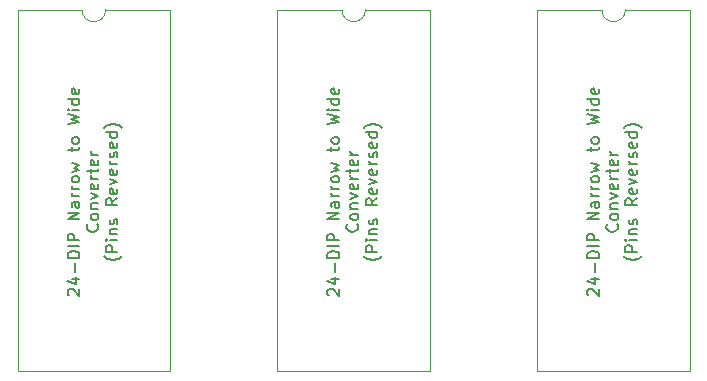
<source format=gbr>
%TF.GenerationSoftware,KiCad,Pcbnew,7.0.9*%
%TF.CreationDate,2024-05-03T11:46:21+01:00*%
%TF.ProjectId,DIP24Converter,44495032-3443-46f6-9e76-65727465722e,rev?*%
%TF.SameCoordinates,Original*%
%TF.FileFunction,Legend,Top*%
%TF.FilePolarity,Positive*%
%FSLAX46Y46*%
G04 Gerber Fmt 4.6, Leading zero omitted, Abs format (unit mm)*
G04 Created by KiCad (PCBNEW 7.0.9) date 2024-05-03 11:46:21*
%MOMM*%
%LPD*%
G01*
G04 APERTURE LIST*
%ADD10C,0.150000*%
%ADD11C,0.120000*%
G04 APERTURE END LIST*
D10*
X99495057Y-72851904D02*
X99447438Y-72804285D01*
X99447438Y-72804285D02*
X99399819Y-72709047D01*
X99399819Y-72709047D02*
X99399819Y-72470952D01*
X99399819Y-72470952D02*
X99447438Y-72375714D01*
X99447438Y-72375714D02*
X99495057Y-72328095D01*
X99495057Y-72328095D02*
X99590295Y-72280476D01*
X99590295Y-72280476D02*
X99685533Y-72280476D01*
X99685533Y-72280476D02*
X99828390Y-72328095D01*
X99828390Y-72328095D02*
X100399819Y-72899523D01*
X100399819Y-72899523D02*
X100399819Y-72280476D01*
X99733152Y-71423333D02*
X100399819Y-71423333D01*
X99352200Y-71661428D02*
X100066485Y-71899523D01*
X100066485Y-71899523D02*
X100066485Y-71280476D01*
X100018866Y-70899523D02*
X100018866Y-70137619D01*
X100399819Y-69661428D02*
X99399819Y-69661428D01*
X99399819Y-69661428D02*
X99399819Y-69423333D01*
X99399819Y-69423333D02*
X99447438Y-69280476D01*
X99447438Y-69280476D02*
X99542676Y-69185238D01*
X99542676Y-69185238D02*
X99637914Y-69137619D01*
X99637914Y-69137619D02*
X99828390Y-69090000D01*
X99828390Y-69090000D02*
X99971247Y-69090000D01*
X99971247Y-69090000D02*
X100161723Y-69137619D01*
X100161723Y-69137619D02*
X100256961Y-69185238D01*
X100256961Y-69185238D02*
X100352200Y-69280476D01*
X100352200Y-69280476D02*
X100399819Y-69423333D01*
X100399819Y-69423333D02*
X100399819Y-69661428D01*
X100399819Y-68661428D02*
X99399819Y-68661428D01*
X100399819Y-68185238D02*
X99399819Y-68185238D01*
X99399819Y-68185238D02*
X99399819Y-67804286D01*
X99399819Y-67804286D02*
X99447438Y-67709048D01*
X99447438Y-67709048D02*
X99495057Y-67661429D01*
X99495057Y-67661429D02*
X99590295Y-67613810D01*
X99590295Y-67613810D02*
X99733152Y-67613810D01*
X99733152Y-67613810D02*
X99828390Y-67661429D01*
X99828390Y-67661429D02*
X99876009Y-67709048D01*
X99876009Y-67709048D02*
X99923628Y-67804286D01*
X99923628Y-67804286D02*
X99923628Y-68185238D01*
X100399819Y-66423333D02*
X99399819Y-66423333D01*
X99399819Y-66423333D02*
X100399819Y-65851905D01*
X100399819Y-65851905D02*
X99399819Y-65851905D01*
X100399819Y-64947143D02*
X99876009Y-64947143D01*
X99876009Y-64947143D02*
X99780771Y-64994762D01*
X99780771Y-64994762D02*
X99733152Y-65090000D01*
X99733152Y-65090000D02*
X99733152Y-65280476D01*
X99733152Y-65280476D02*
X99780771Y-65375714D01*
X100352200Y-64947143D02*
X100399819Y-65042381D01*
X100399819Y-65042381D02*
X100399819Y-65280476D01*
X100399819Y-65280476D02*
X100352200Y-65375714D01*
X100352200Y-65375714D02*
X100256961Y-65423333D01*
X100256961Y-65423333D02*
X100161723Y-65423333D01*
X100161723Y-65423333D02*
X100066485Y-65375714D01*
X100066485Y-65375714D02*
X100018866Y-65280476D01*
X100018866Y-65280476D02*
X100018866Y-65042381D01*
X100018866Y-65042381D02*
X99971247Y-64947143D01*
X100399819Y-64470952D02*
X99733152Y-64470952D01*
X99923628Y-64470952D02*
X99828390Y-64423333D01*
X99828390Y-64423333D02*
X99780771Y-64375714D01*
X99780771Y-64375714D02*
X99733152Y-64280476D01*
X99733152Y-64280476D02*
X99733152Y-64185238D01*
X100399819Y-63851904D02*
X99733152Y-63851904D01*
X99923628Y-63851904D02*
X99828390Y-63804285D01*
X99828390Y-63804285D02*
X99780771Y-63756666D01*
X99780771Y-63756666D02*
X99733152Y-63661428D01*
X99733152Y-63661428D02*
X99733152Y-63566190D01*
X100399819Y-63089999D02*
X100352200Y-63185237D01*
X100352200Y-63185237D02*
X100304580Y-63232856D01*
X100304580Y-63232856D02*
X100209342Y-63280475D01*
X100209342Y-63280475D02*
X99923628Y-63280475D01*
X99923628Y-63280475D02*
X99828390Y-63232856D01*
X99828390Y-63232856D02*
X99780771Y-63185237D01*
X99780771Y-63185237D02*
X99733152Y-63089999D01*
X99733152Y-63089999D02*
X99733152Y-62947142D01*
X99733152Y-62947142D02*
X99780771Y-62851904D01*
X99780771Y-62851904D02*
X99828390Y-62804285D01*
X99828390Y-62804285D02*
X99923628Y-62756666D01*
X99923628Y-62756666D02*
X100209342Y-62756666D01*
X100209342Y-62756666D02*
X100304580Y-62804285D01*
X100304580Y-62804285D02*
X100352200Y-62851904D01*
X100352200Y-62851904D02*
X100399819Y-62947142D01*
X100399819Y-62947142D02*
X100399819Y-63089999D01*
X99733152Y-62423332D02*
X100399819Y-62232856D01*
X100399819Y-62232856D02*
X99923628Y-62042380D01*
X99923628Y-62042380D02*
X100399819Y-61851904D01*
X100399819Y-61851904D02*
X99733152Y-61661428D01*
X99733152Y-60661427D02*
X99733152Y-60280475D01*
X99399819Y-60518570D02*
X100256961Y-60518570D01*
X100256961Y-60518570D02*
X100352200Y-60470951D01*
X100352200Y-60470951D02*
X100399819Y-60375713D01*
X100399819Y-60375713D02*
X100399819Y-60280475D01*
X100399819Y-59804284D02*
X100352200Y-59899522D01*
X100352200Y-59899522D02*
X100304580Y-59947141D01*
X100304580Y-59947141D02*
X100209342Y-59994760D01*
X100209342Y-59994760D02*
X99923628Y-59994760D01*
X99923628Y-59994760D02*
X99828390Y-59947141D01*
X99828390Y-59947141D02*
X99780771Y-59899522D01*
X99780771Y-59899522D02*
X99733152Y-59804284D01*
X99733152Y-59804284D02*
X99733152Y-59661427D01*
X99733152Y-59661427D02*
X99780771Y-59566189D01*
X99780771Y-59566189D02*
X99828390Y-59518570D01*
X99828390Y-59518570D02*
X99923628Y-59470951D01*
X99923628Y-59470951D02*
X100209342Y-59470951D01*
X100209342Y-59470951D02*
X100304580Y-59518570D01*
X100304580Y-59518570D02*
X100352200Y-59566189D01*
X100352200Y-59566189D02*
X100399819Y-59661427D01*
X100399819Y-59661427D02*
X100399819Y-59804284D01*
X99399819Y-58375712D02*
X100399819Y-58137617D01*
X100399819Y-58137617D02*
X99685533Y-57947141D01*
X99685533Y-57947141D02*
X100399819Y-57756665D01*
X100399819Y-57756665D02*
X99399819Y-57518570D01*
X100399819Y-57137617D02*
X99733152Y-57137617D01*
X99399819Y-57137617D02*
X99447438Y-57185236D01*
X99447438Y-57185236D02*
X99495057Y-57137617D01*
X99495057Y-57137617D02*
X99447438Y-57089998D01*
X99447438Y-57089998D02*
X99399819Y-57137617D01*
X99399819Y-57137617D02*
X99495057Y-57137617D01*
X100399819Y-56232856D02*
X99399819Y-56232856D01*
X100352200Y-56232856D02*
X100399819Y-56328094D01*
X100399819Y-56328094D02*
X100399819Y-56518570D01*
X100399819Y-56518570D02*
X100352200Y-56613808D01*
X100352200Y-56613808D02*
X100304580Y-56661427D01*
X100304580Y-56661427D02*
X100209342Y-56709046D01*
X100209342Y-56709046D02*
X99923628Y-56709046D01*
X99923628Y-56709046D02*
X99828390Y-56661427D01*
X99828390Y-56661427D02*
X99780771Y-56613808D01*
X99780771Y-56613808D02*
X99733152Y-56518570D01*
X99733152Y-56518570D02*
X99733152Y-56328094D01*
X99733152Y-56328094D02*
X99780771Y-56232856D01*
X100352200Y-55375713D02*
X100399819Y-55470951D01*
X100399819Y-55470951D02*
X100399819Y-55661427D01*
X100399819Y-55661427D02*
X100352200Y-55756665D01*
X100352200Y-55756665D02*
X100256961Y-55804284D01*
X100256961Y-55804284D02*
X99876009Y-55804284D01*
X99876009Y-55804284D02*
X99780771Y-55756665D01*
X99780771Y-55756665D02*
X99733152Y-55661427D01*
X99733152Y-55661427D02*
X99733152Y-55470951D01*
X99733152Y-55470951D02*
X99780771Y-55375713D01*
X99780771Y-55375713D02*
X99876009Y-55328094D01*
X99876009Y-55328094D02*
X99971247Y-55328094D01*
X99971247Y-55328094D02*
X100066485Y-55804284D01*
X101914580Y-66828096D02*
X101962200Y-66875715D01*
X101962200Y-66875715D02*
X102009819Y-67018572D01*
X102009819Y-67018572D02*
X102009819Y-67113810D01*
X102009819Y-67113810D02*
X101962200Y-67256667D01*
X101962200Y-67256667D02*
X101866961Y-67351905D01*
X101866961Y-67351905D02*
X101771723Y-67399524D01*
X101771723Y-67399524D02*
X101581247Y-67447143D01*
X101581247Y-67447143D02*
X101438390Y-67447143D01*
X101438390Y-67447143D02*
X101247914Y-67399524D01*
X101247914Y-67399524D02*
X101152676Y-67351905D01*
X101152676Y-67351905D02*
X101057438Y-67256667D01*
X101057438Y-67256667D02*
X101009819Y-67113810D01*
X101009819Y-67113810D02*
X101009819Y-67018572D01*
X101009819Y-67018572D02*
X101057438Y-66875715D01*
X101057438Y-66875715D02*
X101105057Y-66828096D01*
X102009819Y-66256667D02*
X101962200Y-66351905D01*
X101962200Y-66351905D02*
X101914580Y-66399524D01*
X101914580Y-66399524D02*
X101819342Y-66447143D01*
X101819342Y-66447143D02*
X101533628Y-66447143D01*
X101533628Y-66447143D02*
X101438390Y-66399524D01*
X101438390Y-66399524D02*
X101390771Y-66351905D01*
X101390771Y-66351905D02*
X101343152Y-66256667D01*
X101343152Y-66256667D02*
X101343152Y-66113810D01*
X101343152Y-66113810D02*
X101390771Y-66018572D01*
X101390771Y-66018572D02*
X101438390Y-65970953D01*
X101438390Y-65970953D02*
X101533628Y-65923334D01*
X101533628Y-65923334D02*
X101819342Y-65923334D01*
X101819342Y-65923334D02*
X101914580Y-65970953D01*
X101914580Y-65970953D02*
X101962200Y-66018572D01*
X101962200Y-66018572D02*
X102009819Y-66113810D01*
X102009819Y-66113810D02*
X102009819Y-66256667D01*
X101343152Y-65494762D02*
X102009819Y-65494762D01*
X101438390Y-65494762D02*
X101390771Y-65447143D01*
X101390771Y-65447143D02*
X101343152Y-65351905D01*
X101343152Y-65351905D02*
X101343152Y-65209048D01*
X101343152Y-65209048D02*
X101390771Y-65113810D01*
X101390771Y-65113810D02*
X101486009Y-65066191D01*
X101486009Y-65066191D02*
X102009819Y-65066191D01*
X101343152Y-64685238D02*
X102009819Y-64447143D01*
X102009819Y-64447143D02*
X101343152Y-64209048D01*
X101962200Y-63447143D02*
X102009819Y-63542381D01*
X102009819Y-63542381D02*
X102009819Y-63732857D01*
X102009819Y-63732857D02*
X101962200Y-63828095D01*
X101962200Y-63828095D02*
X101866961Y-63875714D01*
X101866961Y-63875714D02*
X101486009Y-63875714D01*
X101486009Y-63875714D02*
X101390771Y-63828095D01*
X101390771Y-63828095D02*
X101343152Y-63732857D01*
X101343152Y-63732857D02*
X101343152Y-63542381D01*
X101343152Y-63542381D02*
X101390771Y-63447143D01*
X101390771Y-63447143D02*
X101486009Y-63399524D01*
X101486009Y-63399524D02*
X101581247Y-63399524D01*
X101581247Y-63399524D02*
X101676485Y-63875714D01*
X102009819Y-62970952D02*
X101343152Y-62970952D01*
X101533628Y-62970952D02*
X101438390Y-62923333D01*
X101438390Y-62923333D02*
X101390771Y-62875714D01*
X101390771Y-62875714D02*
X101343152Y-62780476D01*
X101343152Y-62780476D02*
X101343152Y-62685238D01*
X101343152Y-62494761D02*
X101343152Y-62113809D01*
X101009819Y-62351904D02*
X101866961Y-62351904D01*
X101866961Y-62351904D02*
X101962200Y-62304285D01*
X101962200Y-62304285D02*
X102009819Y-62209047D01*
X102009819Y-62209047D02*
X102009819Y-62113809D01*
X101962200Y-61399523D02*
X102009819Y-61494761D01*
X102009819Y-61494761D02*
X102009819Y-61685237D01*
X102009819Y-61685237D02*
X101962200Y-61780475D01*
X101962200Y-61780475D02*
X101866961Y-61828094D01*
X101866961Y-61828094D02*
X101486009Y-61828094D01*
X101486009Y-61828094D02*
X101390771Y-61780475D01*
X101390771Y-61780475D02*
X101343152Y-61685237D01*
X101343152Y-61685237D02*
X101343152Y-61494761D01*
X101343152Y-61494761D02*
X101390771Y-61399523D01*
X101390771Y-61399523D02*
X101486009Y-61351904D01*
X101486009Y-61351904D02*
X101581247Y-61351904D01*
X101581247Y-61351904D02*
X101676485Y-61828094D01*
X102009819Y-60923332D02*
X101343152Y-60923332D01*
X101533628Y-60923332D02*
X101438390Y-60875713D01*
X101438390Y-60875713D02*
X101390771Y-60828094D01*
X101390771Y-60828094D02*
X101343152Y-60732856D01*
X101343152Y-60732856D02*
X101343152Y-60637618D01*
X104000771Y-69542381D02*
X103953152Y-69590000D01*
X103953152Y-69590000D02*
X103810295Y-69685238D01*
X103810295Y-69685238D02*
X103715057Y-69732857D01*
X103715057Y-69732857D02*
X103572200Y-69780476D01*
X103572200Y-69780476D02*
X103334104Y-69828095D01*
X103334104Y-69828095D02*
X103143628Y-69828095D01*
X103143628Y-69828095D02*
X102905533Y-69780476D01*
X102905533Y-69780476D02*
X102762676Y-69732857D01*
X102762676Y-69732857D02*
X102667438Y-69685238D01*
X102667438Y-69685238D02*
X102524580Y-69590000D01*
X102524580Y-69590000D02*
X102476961Y-69542381D01*
X103619819Y-69161428D02*
X102619819Y-69161428D01*
X102619819Y-69161428D02*
X102619819Y-68780476D01*
X102619819Y-68780476D02*
X102667438Y-68685238D01*
X102667438Y-68685238D02*
X102715057Y-68637619D01*
X102715057Y-68637619D02*
X102810295Y-68590000D01*
X102810295Y-68590000D02*
X102953152Y-68590000D01*
X102953152Y-68590000D02*
X103048390Y-68637619D01*
X103048390Y-68637619D02*
X103096009Y-68685238D01*
X103096009Y-68685238D02*
X103143628Y-68780476D01*
X103143628Y-68780476D02*
X103143628Y-69161428D01*
X103619819Y-68161428D02*
X102953152Y-68161428D01*
X102619819Y-68161428D02*
X102667438Y-68209047D01*
X102667438Y-68209047D02*
X102715057Y-68161428D01*
X102715057Y-68161428D02*
X102667438Y-68113809D01*
X102667438Y-68113809D02*
X102619819Y-68161428D01*
X102619819Y-68161428D02*
X102715057Y-68161428D01*
X102953152Y-67685238D02*
X103619819Y-67685238D01*
X103048390Y-67685238D02*
X103000771Y-67637619D01*
X103000771Y-67637619D02*
X102953152Y-67542381D01*
X102953152Y-67542381D02*
X102953152Y-67399524D01*
X102953152Y-67399524D02*
X103000771Y-67304286D01*
X103000771Y-67304286D02*
X103096009Y-67256667D01*
X103096009Y-67256667D02*
X103619819Y-67256667D01*
X103572200Y-66828095D02*
X103619819Y-66732857D01*
X103619819Y-66732857D02*
X103619819Y-66542381D01*
X103619819Y-66542381D02*
X103572200Y-66447143D01*
X103572200Y-66447143D02*
X103476961Y-66399524D01*
X103476961Y-66399524D02*
X103429342Y-66399524D01*
X103429342Y-66399524D02*
X103334104Y-66447143D01*
X103334104Y-66447143D02*
X103286485Y-66542381D01*
X103286485Y-66542381D02*
X103286485Y-66685238D01*
X103286485Y-66685238D02*
X103238866Y-66780476D01*
X103238866Y-66780476D02*
X103143628Y-66828095D01*
X103143628Y-66828095D02*
X103096009Y-66828095D01*
X103096009Y-66828095D02*
X103000771Y-66780476D01*
X103000771Y-66780476D02*
X102953152Y-66685238D01*
X102953152Y-66685238D02*
X102953152Y-66542381D01*
X102953152Y-66542381D02*
X103000771Y-66447143D01*
X103619819Y-64637619D02*
X103143628Y-64970952D01*
X103619819Y-65209047D02*
X102619819Y-65209047D01*
X102619819Y-65209047D02*
X102619819Y-64828095D01*
X102619819Y-64828095D02*
X102667438Y-64732857D01*
X102667438Y-64732857D02*
X102715057Y-64685238D01*
X102715057Y-64685238D02*
X102810295Y-64637619D01*
X102810295Y-64637619D02*
X102953152Y-64637619D01*
X102953152Y-64637619D02*
X103048390Y-64685238D01*
X103048390Y-64685238D02*
X103096009Y-64732857D01*
X103096009Y-64732857D02*
X103143628Y-64828095D01*
X103143628Y-64828095D02*
X103143628Y-65209047D01*
X103572200Y-63828095D02*
X103619819Y-63923333D01*
X103619819Y-63923333D02*
X103619819Y-64113809D01*
X103619819Y-64113809D02*
X103572200Y-64209047D01*
X103572200Y-64209047D02*
X103476961Y-64256666D01*
X103476961Y-64256666D02*
X103096009Y-64256666D01*
X103096009Y-64256666D02*
X103000771Y-64209047D01*
X103000771Y-64209047D02*
X102953152Y-64113809D01*
X102953152Y-64113809D02*
X102953152Y-63923333D01*
X102953152Y-63923333D02*
X103000771Y-63828095D01*
X103000771Y-63828095D02*
X103096009Y-63780476D01*
X103096009Y-63780476D02*
X103191247Y-63780476D01*
X103191247Y-63780476D02*
X103286485Y-64256666D01*
X102953152Y-63447142D02*
X103619819Y-63209047D01*
X103619819Y-63209047D02*
X102953152Y-62970952D01*
X103572200Y-62209047D02*
X103619819Y-62304285D01*
X103619819Y-62304285D02*
X103619819Y-62494761D01*
X103619819Y-62494761D02*
X103572200Y-62589999D01*
X103572200Y-62589999D02*
X103476961Y-62637618D01*
X103476961Y-62637618D02*
X103096009Y-62637618D01*
X103096009Y-62637618D02*
X103000771Y-62589999D01*
X103000771Y-62589999D02*
X102953152Y-62494761D01*
X102953152Y-62494761D02*
X102953152Y-62304285D01*
X102953152Y-62304285D02*
X103000771Y-62209047D01*
X103000771Y-62209047D02*
X103096009Y-62161428D01*
X103096009Y-62161428D02*
X103191247Y-62161428D01*
X103191247Y-62161428D02*
X103286485Y-62637618D01*
X103619819Y-61732856D02*
X102953152Y-61732856D01*
X103143628Y-61732856D02*
X103048390Y-61685237D01*
X103048390Y-61685237D02*
X103000771Y-61637618D01*
X103000771Y-61637618D02*
X102953152Y-61542380D01*
X102953152Y-61542380D02*
X102953152Y-61447142D01*
X103572200Y-61161427D02*
X103619819Y-61066189D01*
X103619819Y-61066189D02*
X103619819Y-60875713D01*
X103619819Y-60875713D02*
X103572200Y-60780475D01*
X103572200Y-60780475D02*
X103476961Y-60732856D01*
X103476961Y-60732856D02*
X103429342Y-60732856D01*
X103429342Y-60732856D02*
X103334104Y-60780475D01*
X103334104Y-60780475D02*
X103286485Y-60875713D01*
X103286485Y-60875713D02*
X103286485Y-61018570D01*
X103286485Y-61018570D02*
X103238866Y-61113808D01*
X103238866Y-61113808D02*
X103143628Y-61161427D01*
X103143628Y-61161427D02*
X103096009Y-61161427D01*
X103096009Y-61161427D02*
X103000771Y-61113808D01*
X103000771Y-61113808D02*
X102953152Y-61018570D01*
X102953152Y-61018570D02*
X102953152Y-60875713D01*
X102953152Y-60875713D02*
X103000771Y-60780475D01*
X103572200Y-59923332D02*
X103619819Y-60018570D01*
X103619819Y-60018570D02*
X103619819Y-60209046D01*
X103619819Y-60209046D02*
X103572200Y-60304284D01*
X103572200Y-60304284D02*
X103476961Y-60351903D01*
X103476961Y-60351903D02*
X103096009Y-60351903D01*
X103096009Y-60351903D02*
X103000771Y-60304284D01*
X103000771Y-60304284D02*
X102953152Y-60209046D01*
X102953152Y-60209046D02*
X102953152Y-60018570D01*
X102953152Y-60018570D02*
X103000771Y-59923332D01*
X103000771Y-59923332D02*
X103096009Y-59875713D01*
X103096009Y-59875713D02*
X103191247Y-59875713D01*
X103191247Y-59875713D02*
X103286485Y-60351903D01*
X103619819Y-59018570D02*
X102619819Y-59018570D01*
X103572200Y-59018570D02*
X103619819Y-59113808D01*
X103619819Y-59113808D02*
X103619819Y-59304284D01*
X103619819Y-59304284D02*
X103572200Y-59399522D01*
X103572200Y-59399522D02*
X103524580Y-59447141D01*
X103524580Y-59447141D02*
X103429342Y-59494760D01*
X103429342Y-59494760D02*
X103143628Y-59494760D01*
X103143628Y-59494760D02*
X103048390Y-59447141D01*
X103048390Y-59447141D02*
X103000771Y-59399522D01*
X103000771Y-59399522D02*
X102953152Y-59304284D01*
X102953152Y-59304284D02*
X102953152Y-59113808D01*
X102953152Y-59113808D02*
X103000771Y-59018570D01*
X104000771Y-58637617D02*
X103953152Y-58589998D01*
X103953152Y-58589998D02*
X103810295Y-58494760D01*
X103810295Y-58494760D02*
X103715057Y-58447141D01*
X103715057Y-58447141D02*
X103572200Y-58399522D01*
X103572200Y-58399522D02*
X103334104Y-58351903D01*
X103334104Y-58351903D02*
X103143628Y-58351903D01*
X103143628Y-58351903D02*
X102905533Y-58399522D01*
X102905533Y-58399522D02*
X102762676Y-58447141D01*
X102762676Y-58447141D02*
X102667438Y-58494760D01*
X102667438Y-58494760D02*
X102524580Y-58589998D01*
X102524580Y-58589998D02*
X102476961Y-58637617D01*
X77495057Y-72851904D02*
X77447438Y-72804285D01*
X77447438Y-72804285D02*
X77399819Y-72709047D01*
X77399819Y-72709047D02*
X77399819Y-72470952D01*
X77399819Y-72470952D02*
X77447438Y-72375714D01*
X77447438Y-72375714D02*
X77495057Y-72328095D01*
X77495057Y-72328095D02*
X77590295Y-72280476D01*
X77590295Y-72280476D02*
X77685533Y-72280476D01*
X77685533Y-72280476D02*
X77828390Y-72328095D01*
X77828390Y-72328095D02*
X78399819Y-72899523D01*
X78399819Y-72899523D02*
X78399819Y-72280476D01*
X77733152Y-71423333D02*
X78399819Y-71423333D01*
X77352200Y-71661428D02*
X78066485Y-71899523D01*
X78066485Y-71899523D02*
X78066485Y-71280476D01*
X78018866Y-70899523D02*
X78018866Y-70137619D01*
X78399819Y-69661428D02*
X77399819Y-69661428D01*
X77399819Y-69661428D02*
X77399819Y-69423333D01*
X77399819Y-69423333D02*
X77447438Y-69280476D01*
X77447438Y-69280476D02*
X77542676Y-69185238D01*
X77542676Y-69185238D02*
X77637914Y-69137619D01*
X77637914Y-69137619D02*
X77828390Y-69090000D01*
X77828390Y-69090000D02*
X77971247Y-69090000D01*
X77971247Y-69090000D02*
X78161723Y-69137619D01*
X78161723Y-69137619D02*
X78256961Y-69185238D01*
X78256961Y-69185238D02*
X78352200Y-69280476D01*
X78352200Y-69280476D02*
X78399819Y-69423333D01*
X78399819Y-69423333D02*
X78399819Y-69661428D01*
X78399819Y-68661428D02*
X77399819Y-68661428D01*
X78399819Y-68185238D02*
X77399819Y-68185238D01*
X77399819Y-68185238D02*
X77399819Y-67804286D01*
X77399819Y-67804286D02*
X77447438Y-67709048D01*
X77447438Y-67709048D02*
X77495057Y-67661429D01*
X77495057Y-67661429D02*
X77590295Y-67613810D01*
X77590295Y-67613810D02*
X77733152Y-67613810D01*
X77733152Y-67613810D02*
X77828390Y-67661429D01*
X77828390Y-67661429D02*
X77876009Y-67709048D01*
X77876009Y-67709048D02*
X77923628Y-67804286D01*
X77923628Y-67804286D02*
X77923628Y-68185238D01*
X78399819Y-66423333D02*
X77399819Y-66423333D01*
X77399819Y-66423333D02*
X78399819Y-65851905D01*
X78399819Y-65851905D02*
X77399819Y-65851905D01*
X78399819Y-64947143D02*
X77876009Y-64947143D01*
X77876009Y-64947143D02*
X77780771Y-64994762D01*
X77780771Y-64994762D02*
X77733152Y-65090000D01*
X77733152Y-65090000D02*
X77733152Y-65280476D01*
X77733152Y-65280476D02*
X77780771Y-65375714D01*
X78352200Y-64947143D02*
X78399819Y-65042381D01*
X78399819Y-65042381D02*
X78399819Y-65280476D01*
X78399819Y-65280476D02*
X78352200Y-65375714D01*
X78352200Y-65375714D02*
X78256961Y-65423333D01*
X78256961Y-65423333D02*
X78161723Y-65423333D01*
X78161723Y-65423333D02*
X78066485Y-65375714D01*
X78066485Y-65375714D02*
X78018866Y-65280476D01*
X78018866Y-65280476D02*
X78018866Y-65042381D01*
X78018866Y-65042381D02*
X77971247Y-64947143D01*
X78399819Y-64470952D02*
X77733152Y-64470952D01*
X77923628Y-64470952D02*
X77828390Y-64423333D01*
X77828390Y-64423333D02*
X77780771Y-64375714D01*
X77780771Y-64375714D02*
X77733152Y-64280476D01*
X77733152Y-64280476D02*
X77733152Y-64185238D01*
X78399819Y-63851904D02*
X77733152Y-63851904D01*
X77923628Y-63851904D02*
X77828390Y-63804285D01*
X77828390Y-63804285D02*
X77780771Y-63756666D01*
X77780771Y-63756666D02*
X77733152Y-63661428D01*
X77733152Y-63661428D02*
X77733152Y-63566190D01*
X78399819Y-63089999D02*
X78352200Y-63185237D01*
X78352200Y-63185237D02*
X78304580Y-63232856D01*
X78304580Y-63232856D02*
X78209342Y-63280475D01*
X78209342Y-63280475D02*
X77923628Y-63280475D01*
X77923628Y-63280475D02*
X77828390Y-63232856D01*
X77828390Y-63232856D02*
X77780771Y-63185237D01*
X77780771Y-63185237D02*
X77733152Y-63089999D01*
X77733152Y-63089999D02*
X77733152Y-62947142D01*
X77733152Y-62947142D02*
X77780771Y-62851904D01*
X77780771Y-62851904D02*
X77828390Y-62804285D01*
X77828390Y-62804285D02*
X77923628Y-62756666D01*
X77923628Y-62756666D02*
X78209342Y-62756666D01*
X78209342Y-62756666D02*
X78304580Y-62804285D01*
X78304580Y-62804285D02*
X78352200Y-62851904D01*
X78352200Y-62851904D02*
X78399819Y-62947142D01*
X78399819Y-62947142D02*
X78399819Y-63089999D01*
X77733152Y-62423332D02*
X78399819Y-62232856D01*
X78399819Y-62232856D02*
X77923628Y-62042380D01*
X77923628Y-62042380D02*
X78399819Y-61851904D01*
X78399819Y-61851904D02*
X77733152Y-61661428D01*
X77733152Y-60661427D02*
X77733152Y-60280475D01*
X77399819Y-60518570D02*
X78256961Y-60518570D01*
X78256961Y-60518570D02*
X78352200Y-60470951D01*
X78352200Y-60470951D02*
X78399819Y-60375713D01*
X78399819Y-60375713D02*
X78399819Y-60280475D01*
X78399819Y-59804284D02*
X78352200Y-59899522D01*
X78352200Y-59899522D02*
X78304580Y-59947141D01*
X78304580Y-59947141D02*
X78209342Y-59994760D01*
X78209342Y-59994760D02*
X77923628Y-59994760D01*
X77923628Y-59994760D02*
X77828390Y-59947141D01*
X77828390Y-59947141D02*
X77780771Y-59899522D01*
X77780771Y-59899522D02*
X77733152Y-59804284D01*
X77733152Y-59804284D02*
X77733152Y-59661427D01*
X77733152Y-59661427D02*
X77780771Y-59566189D01*
X77780771Y-59566189D02*
X77828390Y-59518570D01*
X77828390Y-59518570D02*
X77923628Y-59470951D01*
X77923628Y-59470951D02*
X78209342Y-59470951D01*
X78209342Y-59470951D02*
X78304580Y-59518570D01*
X78304580Y-59518570D02*
X78352200Y-59566189D01*
X78352200Y-59566189D02*
X78399819Y-59661427D01*
X78399819Y-59661427D02*
X78399819Y-59804284D01*
X77399819Y-58375712D02*
X78399819Y-58137617D01*
X78399819Y-58137617D02*
X77685533Y-57947141D01*
X77685533Y-57947141D02*
X78399819Y-57756665D01*
X78399819Y-57756665D02*
X77399819Y-57518570D01*
X78399819Y-57137617D02*
X77733152Y-57137617D01*
X77399819Y-57137617D02*
X77447438Y-57185236D01*
X77447438Y-57185236D02*
X77495057Y-57137617D01*
X77495057Y-57137617D02*
X77447438Y-57089998D01*
X77447438Y-57089998D02*
X77399819Y-57137617D01*
X77399819Y-57137617D02*
X77495057Y-57137617D01*
X78399819Y-56232856D02*
X77399819Y-56232856D01*
X78352200Y-56232856D02*
X78399819Y-56328094D01*
X78399819Y-56328094D02*
X78399819Y-56518570D01*
X78399819Y-56518570D02*
X78352200Y-56613808D01*
X78352200Y-56613808D02*
X78304580Y-56661427D01*
X78304580Y-56661427D02*
X78209342Y-56709046D01*
X78209342Y-56709046D02*
X77923628Y-56709046D01*
X77923628Y-56709046D02*
X77828390Y-56661427D01*
X77828390Y-56661427D02*
X77780771Y-56613808D01*
X77780771Y-56613808D02*
X77733152Y-56518570D01*
X77733152Y-56518570D02*
X77733152Y-56328094D01*
X77733152Y-56328094D02*
X77780771Y-56232856D01*
X78352200Y-55375713D02*
X78399819Y-55470951D01*
X78399819Y-55470951D02*
X78399819Y-55661427D01*
X78399819Y-55661427D02*
X78352200Y-55756665D01*
X78352200Y-55756665D02*
X78256961Y-55804284D01*
X78256961Y-55804284D02*
X77876009Y-55804284D01*
X77876009Y-55804284D02*
X77780771Y-55756665D01*
X77780771Y-55756665D02*
X77733152Y-55661427D01*
X77733152Y-55661427D02*
X77733152Y-55470951D01*
X77733152Y-55470951D02*
X77780771Y-55375713D01*
X77780771Y-55375713D02*
X77876009Y-55328094D01*
X77876009Y-55328094D02*
X77971247Y-55328094D01*
X77971247Y-55328094D02*
X78066485Y-55804284D01*
X79914580Y-66828096D02*
X79962200Y-66875715D01*
X79962200Y-66875715D02*
X80009819Y-67018572D01*
X80009819Y-67018572D02*
X80009819Y-67113810D01*
X80009819Y-67113810D02*
X79962200Y-67256667D01*
X79962200Y-67256667D02*
X79866961Y-67351905D01*
X79866961Y-67351905D02*
X79771723Y-67399524D01*
X79771723Y-67399524D02*
X79581247Y-67447143D01*
X79581247Y-67447143D02*
X79438390Y-67447143D01*
X79438390Y-67447143D02*
X79247914Y-67399524D01*
X79247914Y-67399524D02*
X79152676Y-67351905D01*
X79152676Y-67351905D02*
X79057438Y-67256667D01*
X79057438Y-67256667D02*
X79009819Y-67113810D01*
X79009819Y-67113810D02*
X79009819Y-67018572D01*
X79009819Y-67018572D02*
X79057438Y-66875715D01*
X79057438Y-66875715D02*
X79105057Y-66828096D01*
X80009819Y-66256667D02*
X79962200Y-66351905D01*
X79962200Y-66351905D02*
X79914580Y-66399524D01*
X79914580Y-66399524D02*
X79819342Y-66447143D01*
X79819342Y-66447143D02*
X79533628Y-66447143D01*
X79533628Y-66447143D02*
X79438390Y-66399524D01*
X79438390Y-66399524D02*
X79390771Y-66351905D01*
X79390771Y-66351905D02*
X79343152Y-66256667D01*
X79343152Y-66256667D02*
X79343152Y-66113810D01*
X79343152Y-66113810D02*
X79390771Y-66018572D01*
X79390771Y-66018572D02*
X79438390Y-65970953D01*
X79438390Y-65970953D02*
X79533628Y-65923334D01*
X79533628Y-65923334D02*
X79819342Y-65923334D01*
X79819342Y-65923334D02*
X79914580Y-65970953D01*
X79914580Y-65970953D02*
X79962200Y-66018572D01*
X79962200Y-66018572D02*
X80009819Y-66113810D01*
X80009819Y-66113810D02*
X80009819Y-66256667D01*
X79343152Y-65494762D02*
X80009819Y-65494762D01*
X79438390Y-65494762D02*
X79390771Y-65447143D01*
X79390771Y-65447143D02*
X79343152Y-65351905D01*
X79343152Y-65351905D02*
X79343152Y-65209048D01*
X79343152Y-65209048D02*
X79390771Y-65113810D01*
X79390771Y-65113810D02*
X79486009Y-65066191D01*
X79486009Y-65066191D02*
X80009819Y-65066191D01*
X79343152Y-64685238D02*
X80009819Y-64447143D01*
X80009819Y-64447143D02*
X79343152Y-64209048D01*
X79962200Y-63447143D02*
X80009819Y-63542381D01*
X80009819Y-63542381D02*
X80009819Y-63732857D01*
X80009819Y-63732857D02*
X79962200Y-63828095D01*
X79962200Y-63828095D02*
X79866961Y-63875714D01*
X79866961Y-63875714D02*
X79486009Y-63875714D01*
X79486009Y-63875714D02*
X79390771Y-63828095D01*
X79390771Y-63828095D02*
X79343152Y-63732857D01*
X79343152Y-63732857D02*
X79343152Y-63542381D01*
X79343152Y-63542381D02*
X79390771Y-63447143D01*
X79390771Y-63447143D02*
X79486009Y-63399524D01*
X79486009Y-63399524D02*
X79581247Y-63399524D01*
X79581247Y-63399524D02*
X79676485Y-63875714D01*
X80009819Y-62970952D02*
X79343152Y-62970952D01*
X79533628Y-62970952D02*
X79438390Y-62923333D01*
X79438390Y-62923333D02*
X79390771Y-62875714D01*
X79390771Y-62875714D02*
X79343152Y-62780476D01*
X79343152Y-62780476D02*
X79343152Y-62685238D01*
X79343152Y-62494761D02*
X79343152Y-62113809D01*
X79009819Y-62351904D02*
X79866961Y-62351904D01*
X79866961Y-62351904D02*
X79962200Y-62304285D01*
X79962200Y-62304285D02*
X80009819Y-62209047D01*
X80009819Y-62209047D02*
X80009819Y-62113809D01*
X79962200Y-61399523D02*
X80009819Y-61494761D01*
X80009819Y-61494761D02*
X80009819Y-61685237D01*
X80009819Y-61685237D02*
X79962200Y-61780475D01*
X79962200Y-61780475D02*
X79866961Y-61828094D01*
X79866961Y-61828094D02*
X79486009Y-61828094D01*
X79486009Y-61828094D02*
X79390771Y-61780475D01*
X79390771Y-61780475D02*
X79343152Y-61685237D01*
X79343152Y-61685237D02*
X79343152Y-61494761D01*
X79343152Y-61494761D02*
X79390771Y-61399523D01*
X79390771Y-61399523D02*
X79486009Y-61351904D01*
X79486009Y-61351904D02*
X79581247Y-61351904D01*
X79581247Y-61351904D02*
X79676485Y-61828094D01*
X80009819Y-60923332D02*
X79343152Y-60923332D01*
X79533628Y-60923332D02*
X79438390Y-60875713D01*
X79438390Y-60875713D02*
X79390771Y-60828094D01*
X79390771Y-60828094D02*
X79343152Y-60732856D01*
X79343152Y-60732856D02*
X79343152Y-60637618D01*
X82000771Y-69542381D02*
X81953152Y-69590000D01*
X81953152Y-69590000D02*
X81810295Y-69685238D01*
X81810295Y-69685238D02*
X81715057Y-69732857D01*
X81715057Y-69732857D02*
X81572200Y-69780476D01*
X81572200Y-69780476D02*
X81334104Y-69828095D01*
X81334104Y-69828095D02*
X81143628Y-69828095D01*
X81143628Y-69828095D02*
X80905533Y-69780476D01*
X80905533Y-69780476D02*
X80762676Y-69732857D01*
X80762676Y-69732857D02*
X80667438Y-69685238D01*
X80667438Y-69685238D02*
X80524580Y-69590000D01*
X80524580Y-69590000D02*
X80476961Y-69542381D01*
X81619819Y-69161428D02*
X80619819Y-69161428D01*
X80619819Y-69161428D02*
X80619819Y-68780476D01*
X80619819Y-68780476D02*
X80667438Y-68685238D01*
X80667438Y-68685238D02*
X80715057Y-68637619D01*
X80715057Y-68637619D02*
X80810295Y-68590000D01*
X80810295Y-68590000D02*
X80953152Y-68590000D01*
X80953152Y-68590000D02*
X81048390Y-68637619D01*
X81048390Y-68637619D02*
X81096009Y-68685238D01*
X81096009Y-68685238D02*
X81143628Y-68780476D01*
X81143628Y-68780476D02*
X81143628Y-69161428D01*
X81619819Y-68161428D02*
X80953152Y-68161428D01*
X80619819Y-68161428D02*
X80667438Y-68209047D01*
X80667438Y-68209047D02*
X80715057Y-68161428D01*
X80715057Y-68161428D02*
X80667438Y-68113809D01*
X80667438Y-68113809D02*
X80619819Y-68161428D01*
X80619819Y-68161428D02*
X80715057Y-68161428D01*
X80953152Y-67685238D02*
X81619819Y-67685238D01*
X81048390Y-67685238D02*
X81000771Y-67637619D01*
X81000771Y-67637619D02*
X80953152Y-67542381D01*
X80953152Y-67542381D02*
X80953152Y-67399524D01*
X80953152Y-67399524D02*
X81000771Y-67304286D01*
X81000771Y-67304286D02*
X81096009Y-67256667D01*
X81096009Y-67256667D02*
X81619819Y-67256667D01*
X81572200Y-66828095D02*
X81619819Y-66732857D01*
X81619819Y-66732857D02*
X81619819Y-66542381D01*
X81619819Y-66542381D02*
X81572200Y-66447143D01*
X81572200Y-66447143D02*
X81476961Y-66399524D01*
X81476961Y-66399524D02*
X81429342Y-66399524D01*
X81429342Y-66399524D02*
X81334104Y-66447143D01*
X81334104Y-66447143D02*
X81286485Y-66542381D01*
X81286485Y-66542381D02*
X81286485Y-66685238D01*
X81286485Y-66685238D02*
X81238866Y-66780476D01*
X81238866Y-66780476D02*
X81143628Y-66828095D01*
X81143628Y-66828095D02*
X81096009Y-66828095D01*
X81096009Y-66828095D02*
X81000771Y-66780476D01*
X81000771Y-66780476D02*
X80953152Y-66685238D01*
X80953152Y-66685238D02*
X80953152Y-66542381D01*
X80953152Y-66542381D02*
X81000771Y-66447143D01*
X81619819Y-64637619D02*
X81143628Y-64970952D01*
X81619819Y-65209047D02*
X80619819Y-65209047D01*
X80619819Y-65209047D02*
X80619819Y-64828095D01*
X80619819Y-64828095D02*
X80667438Y-64732857D01*
X80667438Y-64732857D02*
X80715057Y-64685238D01*
X80715057Y-64685238D02*
X80810295Y-64637619D01*
X80810295Y-64637619D02*
X80953152Y-64637619D01*
X80953152Y-64637619D02*
X81048390Y-64685238D01*
X81048390Y-64685238D02*
X81096009Y-64732857D01*
X81096009Y-64732857D02*
X81143628Y-64828095D01*
X81143628Y-64828095D02*
X81143628Y-65209047D01*
X81572200Y-63828095D02*
X81619819Y-63923333D01*
X81619819Y-63923333D02*
X81619819Y-64113809D01*
X81619819Y-64113809D02*
X81572200Y-64209047D01*
X81572200Y-64209047D02*
X81476961Y-64256666D01*
X81476961Y-64256666D02*
X81096009Y-64256666D01*
X81096009Y-64256666D02*
X81000771Y-64209047D01*
X81000771Y-64209047D02*
X80953152Y-64113809D01*
X80953152Y-64113809D02*
X80953152Y-63923333D01*
X80953152Y-63923333D02*
X81000771Y-63828095D01*
X81000771Y-63828095D02*
X81096009Y-63780476D01*
X81096009Y-63780476D02*
X81191247Y-63780476D01*
X81191247Y-63780476D02*
X81286485Y-64256666D01*
X80953152Y-63447142D02*
X81619819Y-63209047D01*
X81619819Y-63209047D02*
X80953152Y-62970952D01*
X81572200Y-62209047D02*
X81619819Y-62304285D01*
X81619819Y-62304285D02*
X81619819Y-62494761D01*
X81619819Y-62494761D02*
X81572200Y-62589999D01*
X81572200Y-62589999D02*
X81476961Y-62637618D01*
X81476961Y-62637618D02*
X81096009Y-62637618D01*
X81096009Y-62637618D02*
X81000771Y-62589999D01*
X81000771Y-62589999D02*
X80953152Y-62494761D01*
X80953152Y-62494761D02*
X80953152Y-62304285D01*
X80953152Y-62304285D02*
X81000771Y-62209047D01*
X81000771Y-62209047D02*
X81096009Y-62161428D01*
X81096009Y-62161428D02*
X81191247Y-62161428D01*
X81191247Y-62161428D02*
X81286485Y-62637618D01*
X81619819Y-61732856D02*
X80953152Y-61732856D01*
X81143628Y-61732856D02*
X81048390Y-61685237D01*
X81048390Y-61685237D02*
X81000771Y-61637618D01*
X81000771Y-61637618D02*
X80953152Y-61542380D01*
X80953152Y-61542380D02*
X80953152Y-61447142D01*
X81572200Y-61161427D02*
X81619819Y-61066189D01*
X81619819Y-61066189D02*
X81619819Y-60875713D01*
X81619819Y-60875713D02*
X81572200Y-60780475D01*
X81572200Y-60780475D02*
X81476961Y-60732856D01*
X81476961Y-60732856D02*
X81429342Y-60732856D01*
X81429342Y-60732856D02*
X81334104Y-60780475D01*
X81334104Y-60780475D02*
X81286485Y-60875713D01*
X81286485Y-60875713D02*
X81286485Y-61018570D01*
X81286485Y-61018570D02*
X81238866Y-61113808D01*
X81238866Y-61113808D02*
X81143628Y-61161427D01*
X81143628Y-61161427D02*
X81096009Y-61161427D01*
X81096009Y-61161427D02*
X81000771Y-61113808D01*
X81000771Y-61113808D02*
X80953152Y-61018570D01*
X80953152Y-61018570D02*
X80953152Y-60875713D01*
X80953152Y-60875713D02*
X81000771Y-60780475D01*
X81572200Y-59923332D02*
X81619819Y-60018570D01*
X81619819Y-60018570D02*
X81619819Y-60209046D01*
X81619819Y-60209046D02*
X81572200Y-60304284D01*
X81572200Y-60304284D02*
X81476961Y-60351903D01*
X81476961Y-60351903D02*
X81096009Y-60351903D01*
X81096009Y-60351903D02*
X81000771Y-60304284D01*
X81000771Y-60304284D02*
X80953152Y-60209046D01*
X80953152Y-60209046D02*
X80953152Y-60018570D01*
X80953152Y-60018570D02*
X81000771Y-59923332D01*
X81000771Y-59923332D02*
X81096009Y-59875713D01*
X81096009Y-59875713D02*
X81191247Y-59875713D01*
X81191247Y-59875713D02*
X81286485Y-60351903D01*
X81619819Y-59018570D02*
X80619819Y-59018570D01*
X81572200Y-59018570D02*
X81619819Y-59113808D01*
X81619819Y-59113808D02*
X81619819Y-59304284D01*
X81619819Y-59304284D02*
X81572200Y-59399522D01*
X81572200Y-59399522D02*
X81524580Y-59447141D01*
X81524580Y-59447141D02*
X81429342Y-59494760D01*
X81429342Y-59494760D02*
X81143628Y-59494760D01*
X81143628Y-59494760D02*
X81048390Y-59447141D01*
X81048390Y-59447141D02*
X81000771Y-59399522D01*
X81000771Y-59399522D02*
X80953152Y-59304284D01*
X80953152Y-59304284D02*
X80953152Y-59113808D01*
X80953152Y-59113808D02*
X81000771Y-59018570D01*
X82000771Y-58637617D02*
X81953152Y-58589998D01*
X81953152Y-58589998D02*
X81810295Y-58494760D01*
X81810295Y-58494760D02*
X81715057Y-58447141D01*
X81715057Y-58447141D02*
X81572200Y-58399522D01*
X81572200Y-58399522D02*
X81334104Y-58351903D01*
X81334104Y-58351903D02*
X81143628Y-58351903D01*
X81143628Y-58351903D02*
X80905533Y-58399522D01*
X80905533Y-58399522D02*
X80762676Y-58447141D01*
X80762676Y-58447141D02*
X80667438Y-58494760D01*
X80667438Y-58494760D02*
X80524580Y-58589998D01*
X80524580Y-58589998D02*
X80476961Y-58637617D01*
X55495057Y-72851904D02*
X55447438Y-72804285D01*
X55447438Y-72804285D02*
X55399819Y-72709047D01*
X55399819Y-72709047D02*
X55399819Y-72470952D01*
X55399819Y-72470952D02*
X55447438Y-72375714D01*
X55447438Y-72375714D02*
X55495057Y-72328095D01*
X55495057Y-72328095D02*
X55590295Y-72280476D01*
X55590295Y-72280476D02*
X55685533Y-72280476D01*
X55685533Y-72280476D02*
X55828390Y-72328095D01*
X55828390Y-72328095D02*
X56399819Y-72899523D01*
X56399819Y-72899523D02*
X56399819Y-72280476D01*
X55733152Y-71423333D02*
X56399819Y-71423333D01*
X55352200Y-71661428D02*
X56066485Y-71899523D01*
X56066485Y-71899523D02*
X56066485Y-71280476D01*
X56018866Y-70899523D02*
X56018866Y-70137619D01*
X56399819Y-69661428D02*
X55399819Y-69661428D01*
X55399819Y-69661428D02*
X55399819Y-69423333D01*
X55399819Y-69423333D02*
X55447438Y-69280476D01*
X55447438Y-69280476D02*
X55542676Y-69185238D01*
X55542676Y-69185238D02*
X55637914Y-69137619D01*
X55637914Y-69137619D02*
X55828390Y-69090000D01*
X55828390Y-69090000D02*
X55971247Y-69090000D01*
X55971247Y-69090000D02*
X56161723Y-69137619D01*
X56161723Y-69137619D02*
X56256961Y-69185238D01*
X56256961Y-69185238D02*
X56352200Y-69280476D01*
X56352200Y-69280476D02*
X56399819Y-69423333D01*
X56399819Y-69423333D02*
X56399819Y-69661428D01*
X56399819Y-68661428D02*
X55399819Y-68661428D01*
X56399819Y-68185238D02*
X55399819Y-68185238D01*
X55399819Y-68185238D02*
X55399819Y-67804286D01*
X55399819Y-67804286D02*
X55447438Y-67709048D01*
X55447438Y-67709048D02*
X55495057Y-67661429D01*
X55495057Y-67661429D02*
X55590295Y-67613810D01*
X55590295Y-67613810D02*
X55733152Y-67613810D01*
X55733152Y-67613810D02*
X55828390Y-67661429D01*
X55828390Y-67661429D02*
X55876009Y-67709048D01*
X55876009Y-67709048D02*
X55923628Y-67804286D01*
X55923628Y-67804286D02*
X55923628Y-68185238D01*
X56399819Y-66423333D02*
X55399819Y-66423333D01*
X55399819Y-66423333D02*
X56399819Y-65851905D01*
X56399819Y-65851905D02*
X55399819Y-65851905D01*
X56399819Y-64947143D02*
X55876009Y-64947143D01*
X55876009Y-64947143D02*
X55780771Y-64994762D01*
X55780771Y-64994762D02*
X55733152Y-65090000D01*
X55733152Y-65090000D02*
X55733152Y-65280476D01*
X55733152Y-65280476D02*
X55780771Y-65375714D01*
X56352200Y-64947143D02*
X56399819Y-65042381D01*
X56399819Y-65042381D02*
X56399819Y-65280476D01*
X56399819Y-65280476D02*
X56352200Y-65375714D01*
X56352200Y-65375714D02*
X56256961Y-65423333D01*
X56256961Y-65423333D02*
X56161723Y-65423333D01*
X56161723Y-65423333D02*
X56066485Y-65375714D01*
X56066485Y-65375714D02*
X56018866Y-65280476D01*
X56018866Y-65280476D02*
X56018866Y-65042381D01*
X56018866Y-65042381D02*
X55971247Y-64947143D01*
X56399819Y-64470952D02*
X55733152Y-64470952D01*
X55923628Y-64470952D02*
X55828390Y-64423333D01*
X55828390Y-64423333D02*
X55780771Y-64375714D01*
X55780771Y-64375714D02*
X55733152Y-64280476D01*
X55733152Y-64280476D02*
X55733152Y-64185238D01*
X56399819Y-63851904D02*
X55733152Y-63851904D01*
X55923628Y-63851904D02*
X55828390Y-63804285D01*
X55828390Y-63804285D02*
X55780771Y-63756666D01*
X55780771Y-63756666D02*
X55733152Y-63661428D01*
X55733152Y-63661428D02*
X55733152Y-63566190D01*
X56399819Y-63089999D02*
X56352200Y-63185237D01*
X56352200Y-63185237D02*
X56304580Y-63232856D01*
X56304580Y-63232856D02*
X56209342Y-63280475D01*
X56209342Y-63280475D02*
X55923628Y-63280475D01*
X55923628Y-63280475D02*
X55828390Y-63232856D01*
X55828390Y-63232856D02*
X55780771Y-63185237D01*
X55780771Y-63185237D02*
X55733152Y-63089999D01*
X55733152Y-63089999D02*
X55733152Y-62947142D01*
X55733152Y-62947142D02*
X55780771Y-62851904D01*
X55780771Y-62851904D02*
X55828390Y-62804285D01*
X55828390Y-62804285D02*
X55923628Y-62756666D01*
X55923628Y-62756666D02*
X56209342Y-62756666D01*
X56209342Y-62756666D02*
X56304580Y-62804285D01*
X56304580Y-62804285D02*
X56352200Y-62851904D01*
X56352200Y-62851904D02*
X56399819Y-62947142D01*
X56399819Y-62947142D02*
X56399819Y-63089999D01*
X55733152Y-62423332D02*
X56399819Y-62232856D01*
X56399819Y-62232856D02*
X55923628Y-62042380D01*
X55923628Y-62042380D02*
X56399819Y-61851904D01*
X56399819Y-61851904D02*
X55733152Y-61661428D01*
X55733152Y-60661427D02*
X55733152Y-60280475D01*
X55399819Y-60518570D02*
X56256961Y-60518570D01*
X56256961Y-60518570D02*
X56352200Y-60470951D01*
X56352200Y-60470951D02*
X56399819Y-60375713D01*
X56399819Y-60375713D02*
X56399819Y-60280475D01*
X56399819Y-59804284D02*
X56352200Y-59899522D01*
X56352200Y-59899522D02*
X56304580Y-59947141D01*
X56304580Y-59947141D02*
X56209342Y-59994760D01*
X56209342Y-59994760D02*
X55923628Y-59994760D01*
X55923628Y-59994760D02*
X55828390Y-59947141D01*
X55828390Y-59947141D02*
X55780771Y-59899522D01*
X55780771Y-59899522D02*
X55733152Y-59804284D01*
X55733152Y-59804284D02*
X55733152Y-59661427D01*
X55733152Y-59661427D02*
X55780771Y-59566189D01*
X55780771Y-59566189D02*
X55828390Y-59518570D01*
X55828390Y-59518570D02*
X55923628Y-59470951D01*
X55923628Y-59470951D02*
X56209342Y-59470951D01*
X56209342Y-59470951D02*
X56304580Y-59518570D01*
X56304580Y-59518570D02*
X56352200Y-59566189D01*
X56352200Y-59566189D02*
X56399819Y-59661427D01*
X56399819Y-59661427D02*
X56399819Y-59804284D01*
X55399819Y-58375712D02*
X56399819Y-58137617D01*
X56399819Y-58137617D02*
X55685533Y-57947141D01*
X55685533Y-57947141D02*
X56399819Y-57756665D01*
X56399819Y-57756665D02*
X55399819Y-57518570D01*
X56399819Y-57137617D02*
X55733152Y-57137617D01*
X55399819Y-57137617D02*
X55447438Y-57185236D01*
X55447438Y-57185236D02*
X55495057Y-57137617D01*
X55495057Y-57137617D02*
X55447438Y-57089998D01*
X55447438Y-57089998D02*
X55399819Y-57137617D01*
X55399819Y-57137617D02*
X55495057Y-57137617D01*
X56399819Y-56232856D02*
X55399819Y-56232856D01*
X56352200Y-56232856D02*
X56399819Y-56328094D01*
X56399819Y-56328094D02*
X56399819Y-56518570D01*
X56399819Y-56518570D02*
X56352200Y-56613808D01*
X56352200Y-56613808D02*
X56304580Y-56661427D01*
X56304580Y-56661427D02*
X56209342Y-56709046D01*
X56209342Y-56709046D02*
X55923628Y-56709046D01*
X55923628Y-56709046D02*
X55828390Y-56661427D01*
X55828390Y-56661427D02*
X55780771Y-56613808D01*
X55780771Y-56613808D02*
X55733152Y-56518570D01*
X55733152Y-56518570D02*
X55733152Y-56328094D01*
X55733152Y-56328094D02*
X55780771Y-56232856D01*
X56352200Y-55375713D02*
X56399819Y-55470951D01*
X56399819Y-55470951D02*
X56399819Y-55661427D01*
X56399819Y-55661427D02*
X56352200Y-55756665D01*
X56352200Y-55756665D02*
X56256961Y-55804284D01*
X56256961Y-55804284D02*
X55876009Y-55804284D01*
X55876009Y-55804284D02*
X55780771Y-55756665D01*
X55780771Y-55756665D02*
X55733152Y-55661427D01*
X55733152Y-55661427D02*
X55733152Y-55470951D01*
X55733152Y-55470951D02*
X55780771Y-55375713D01*
X55780771Y-55375713D02*
X55876009Y-55328094D01*
X55876009Y-55328094D02*
X55971247Y-55328094D01*
X55971247Y-55328094D02*
X56066485Y-55804284D01*
X57914580Y-66828096D02*
X57962200Y-66875715D01*
X57962200Y-66875715D02*
X58009819Y-67018572D01*
X58009819Y-67018572D02*
X58009819Y-67113810D01*
X58009819Y-67113810D02*
X57962200Y-67256667D01*
X57962200Y-67256667D02*
X57866961Y-67351905D01*
X57866961Y-67351905D02*
X57771723Y-67399524D01*
X57771723Y-67399524D02*
X57581247Y-67447143D01*
X57581247Y-67447143D02*
X57438390Y-67447143D01*
X57438390Y-67447143D02*
X57247914Y-67399524D01*
X57247914Y-67399524D02*
X57152676Y-67351905D01*
X57152676Y-67351905D02*
X57057438Y-67256667D01*
X57057438Y-67256667D02*
X57009819Y-67113810D01*
X57009819Y-67113810D02*
X57009819Y-67018572D01*
X57009819Y-67018572D02*
X57057438Y-66875715D01*
X57057438Y-66875715D02*
X57105057Y-66828096D01*
X58009819Y-66256667D02*
X57962200Y-66351905D01*
X57962200Y-66351905D02*
X57914580Y-66399524D01*
X57914580Y-66399524D02*
X57819342Y-66447143D01*
X57819342Y-66447143D02*
X57533628Y-66447143D01*
X57533628Y-66447143D02*
X57438390Y-66399524D01*
X57438390Y-66399524D02*
X57390771Y-66351905D01*
X57390771Y-66351905D02*
X57343152Y-66256667D01*
X57343152Y-66256667D02*
X57343152Y-66113810D01*
X57343152Y-66113810D02*
X57390771Y-66018572D01*
X57390771Y-66018572D02*
X57438390Y-65970953D01*
X57438390Y-65970953D02*
X57533628Y-65923334D01*
X57533628Y-65923334D02*
X57819342Y-65923334D01*
X57819342Y-65923334D02*
X57914580Y-65970953D01*
X57914580Y-65970953D02*
X57962200Y-66018572D01*
X57962200Y-66018572D02*
X58009819Y-66113810D01*
X58009819Y-66113810D02*
X58009819Y-66256667D01*
X57343152Y-65494762D02*
X58009819Y-65494762D01*
X57438390Y-65494762D02*
X57390771Y-65447143D01*
X57390771Y-65447143D02*
X57343152Y-65351905D01*
X57343152Y-65351905D02*
X57343152Y-65209048D01*
X57343152Y-65209048D02*
X57390771Y-65113810D01*
X57390771Y-65113810D02*
X57486009Y-65066191D01*
X57486009Y-65066191D02*
X58009819Y-65066191D01*
X57343152Y-64685238D02*
X58009819Y-64447143D01*
X58009819Y-64447143D02*
X57343152Y-64209048D01*
X57962200Y-63447143D02*
X58009819Y-63542381D01*
X58009819Y-63542381D02*
X58009819Y-63732857D01*
X58009819Y-63732857D02*
X57962200Y-63828095D01*
X57962200Y-63828095D02*
X57866961Y-63875714D01*
X57866961Y-63875714D02*
X57486009Y-63875714D01*
X57486009Y-63875714D02*
X57390771Y-63828095D01*
X57390771Y-63828095D02*
X57343152Y-63732857D01*
X57343152Y-63732857D02*
X57343152Y-63542381D01*
X57343152Y-63542381D02*
X57390771Y-63447143D01*
X57390771Y-63447143D02*
X57486009Y-63399524D01*
X57486009Y-63399524D02*
X57581247Y-63399524D01*
X57581247Y-63399524D02*
X57676485Y-63875714D01*
X58009819Y-62970952D02*
X57343152Y-62970952D01*
X57533628Y-62970952D02*
X57438390Y-62923333D01*
X57438390Y-62923333D02*
X57390771Y-62875714D01*
X57390771Y-62875714D02*
X57343152Y-62780476D01*
X57343152Y-62780476D02*
X57343152Y-62685238D01*
X57343152Y-62494761D02*
X57343152Y-62113809D01*
X57009819Y-62351904D02*
X57866961Y-62351904D01*
X57866961Y-62351904D02*
X57962200Y-62304285D01*
X57962200Y-62304285D02*
X58009819Y-62209047D01*
X58009819Y-62209047D02*
X58009819Y-62113809D01*
X57962200Y-61399523D02*
X58009819Y-61494761D01*
X58009819Y-61494761D02*
X58009819Y-61685237D01*
X58009819Y-61685237D02*
X57962200Y-61780475D01*
X57962200Y-61780475D02*
X57866961Y-61828094D01*
X57866961Y-61828094D02*
X57486009Y-61828094D01*
X57486009Y-61828094D02*
X57390771Y-61780475D01*
X57390771Y-61780475D02*
X57343152Y-61685237D01*
X57343152Y-61685237D02*
X57343152Y-61494761D01*
X57343152Y-61494761D02*
X57390771Y-61399523D01*
X57390771Y-61399523D02*
X57486009Y-61351904D01*
X57486009Y-61351904D02*
X57581247Y-61351904D01*
X57581247Y-61351904D02*
X57676485Y-61828094D01*
X58009819Y-60923332D02*
X57343152Y-60923332D01*
X57533628Y-60923332D02*
X57438390Y-60875713D01*
X57438390Y-60875713D02*
X57390771Y-60828094D01*
X57390771Y-60828094D02*
X57343152Y-60732856D01*
X57343152Y-60732856D02*
X57343152Y-60637618D01*
X60000771Y-69542381D02*
X59953152Y-69590000D01*
X59953152Y-69590000D02*
X59810295Y-69685238D01*
X59810295Y-69685238D02*
X59715057Y-69732857D01*
X59715057Y-69732857D02*
X59572200Y-69780476D01*
X59572200Y-69780476D02*
X59334104Y-69828095D01*
X59334104Y-69828095D02*
X59143628Y-69828095D01*
X59143628Y-69828095D02*
X58905533Y-69780476D01*
X58905533Y-69780476D02*
X58762676Y-69732857D01*
X58762676Y-69732857D02*
X58667438Y-69685238D01*
X58667438Y-69685238D02*
X58524580Y-69590000D01*
X58524580Y-69590000D02*
X58476961Y-69542381D01*
X59619819Y-69161428D02*
X58619819Y-69161428D01*
X58619819Y-69161428D02*
X58619819Y-68780476D01*
X58619819Y-68780476D02*
X58667438Y-68685238D01*
X58667438Y-68685238D02*
X58715057Y-68637619D01*
X58715057Y-68637619D02*
X58810295Y-68590000D01*
X58810295Y-68590000D02*
X58953152Y-68590000D01*
X58953152Y-68590000D02*
X59048390Y-68637619D01*
X59048390Y-68637619D02*
X59096009Y-68685238D01*
X59096009Y-68685238D02*
X59143628Y-68780476D01*
X59143628Y-68780476D02*
X59143628Y-69161428D01*
X59619819Y-68161428D02*
X58953152Y-68161428D01*
X58619819Y-68161428D02*
X58667438Y-68209047D01*
X58667438Y-68209047D02*
X58715057Y-68161428D01*
X58715057Y-68161428D02*
X58667438Y-68113809D01*
X58667438Y-68113809D02*
X58619819Y-68161428D01*
X58619819Y-68161428D02*
X58715057Y-68161428D01*
X58953152Y-67685238D02*
X59619819Y-67685238D01*
X59048390Y-67685238D02*
X59000771Y-67637619D01*
X59000771Y-67637619D02*
X58953152Y-67542381D01*
X58953152Y-67542381D02*
X58953152Y-67399524D01*
X58953152Y-67399524D02*
X59000771Y-67304286D01*
X59000771Y-67304286D02*
X59096009Y-67256667D01*
X59096009Y-67256667D02*
X59619819Y-67256667D01*
X59572200Y-66828095D02*
X59619819Y-66732857D01*
X59619819Y-66732857D02*
X59619819Y-66542381D01*
X59619819Y-66542381D02*
X59572200Y-66447143D01*
X59572200Y-66447143D02*
X59476961Y-66399524D01*
X59476961Y-66399524D02*
X59429342Y-66399524D01*
X59429342Y-66399524D02*
X59334104Y-66447143D01*
X59334104Y-66447143D02*
X59286485Y-66542381D01*
X59286485Y-66542381D02*
X59286485Y-66685238D01*
X59286485Y-66685238D02*
X59238866Y-66780476D01*
X59238866Y-66780476D02*
X59143628Y-66828095D01*
X59143628Y-66828095D02*
X59096009Y-66828095D01*
X59096009Y-66828095D02*
X59000771Y-66780476D01*
X59000771Y-66780476D02*
X58953152Y-66685238D01*
X58953152Y-66685238D02*
X58953152Y-66542381D01*
X58953152Y-66542381D02*
X59000771Y-66447143D01*
X59619819Y-64637619D02*
X59143628Y-64970952D01*
X59619819Y-65209047D02*
X58619819Y-65209047D01*
X58619819Y-65209047D02*
X58619819Y-64828095D01*
X58619819Y-64828095D02*
X58667438Y-64732857D01*
X58667438Y-64732857D02*
X58715057Y-64685238D01*
X58715057Y-64685238D02*
X58810295Y-64637619D01*
X58810295Y-64637619D02*
X58953152Y-64637619D01*
X58953152Y-64637619D02*
X59048390Y-64685238D01*
X59048390Y-64685238D02*
X59096009Y-64732857D01*
X59096009Y-64732857D02*
X59143628Y-64828095D01*
X59143628Y-64828095D02*
X59143628Y-65209047D01*
X59572200Y-63828095D02*
X59619819Y-63923333D01*
X59619819Y-63923333D02*
X59619819Y-64113809D01*
X59619819Y-64113809D02*
X59572200Y-64209047D01*
X59572200Y-64209047D02*
X59476961Y-64256666D01*
X59476961Y-64256666D02*
X59096009Y-64256666D01*
X59096009Y-64256666D02*
X59000771Y-64209047D01*
X59000771Y-64209047D02*
X58953152Y-64113809D01*
X58953152Y-64113809D02*
X58953152Y-63923333D01*
X58953152Y-63923333D02*
X59000771Y-63828095D01*
X59000771Y-63828095D02*
X59096009Y-63780476D01*
X59096009Y-63780476D02*
X59191247Y-63780476D01*
X59191247Y-63780476D02*
X59286485Y-64256666D01*
X58953152Y-63447142D02*
X59619819Y-63209047D01*
X59619819Y-63209047D02*
X58953152Y-62970952D01*
X59572200Y-62209047D02*
X59619819Y-62304285D01*
X59619819Y-62304285D02*
X59619819Y-62494761D01*
X59619819Y-62494761D02*
X59572200Y-62589999D01*
X59572200Y-62589999D02*
X59476961Y-62637618D01*
X59476961Y-62637618D02*
X59096009Y-62637618D01*
X59096009Y-62637618D02*
X59000771Y-62589999D01*
X59000771Y-62589999D02*
X58953152Y-62494761D01*
X58953152Y-62494761D02*
X58953152Y-62304285D01*
X58953152Y-62304285D02*
X59000771Y-62209047D01*
X59000771Y-62209047D02*
X59096009Y-62161428D01*
X59096009Y-62161428D02*
X59191247Y-62161428D01*
X59191247Y-62161428D02*
X59286485Y-62637618D01*
X59619819Y-61732856D02*
X58953152Y-61732856D01*
X59143628Y-61732856D02*
X59048390Y-61685237D01*
X59048390Y-61685237D02*
X59000771Y-61637618D01*
X59000771Y-61637618D02*
X58953152Y-61542380D01*
X58953152Y-61542380D02*
X58953152Y-61447142D01*
X59572200Y-61161427D02*
X59619819Y-61066189D01*
X59619819Y-61066189D02*
X59619819Y-60875713D01*
X59619819Y-60875713D02*
X59572200Y-60780475D01*
X59572200Y-60780475D02*
X59476961Y-60732856D01*
X59476961Y-60732856D02*
X59429342Y-60732856D01*
X59429342Y-60732856D02*
X59334104Y-60780475D01*
X59334104Y-60780475D02*
X59286485Y-60875713D01*
X59286485Y-60875713D02*
X59286485Y-61018570D01*
X59286485Y-61018570D02*
X59238866Y-61113808D01*
X59238866Y-61113808D02*
X59143628Y-61161427D01*
X59143628Y-61161427D02*
X59096009Y-61161427D01*
X59096009Y-61161427D02*
X59000771Y-61113808D01*
X59000771Y-61113808D02*
X58953152Y-61018570D01*
X58953152Y-61018570D02*
X58953152Y-60875713D01*
X58953152Y-60875713D02*
X59000771Y-60780475D01*
X59572200Y-59923332D02*
X59619819Y-60018570D01*
X59619819Y-60018570D02*
X59619819Y-60209046D01*
X59619819Y-60209046D02*
X59572200Y-60304284D01*
X59572200Y-60304284D02*
X59476961Y-60351903D01*
X59476961Y-60351903D02*
X59096009Y-60351903D01*
X59096009Y-60351903D02*
X59000771Y-60304284D01*
X59000771Y-60304284D02*
X58953152Y-60209046D01*
X58953152Y-60209046D02*
X58953152Y-60018570D01*
X58953152Y-60018570D02*
X59000771Y-59923332D01*
X59000771Y-59923332D02*
X59096009Y-59875713D01*
X59096009Y-59875713D02*
X59191247Y-59875713D01*
X59191247Y-59875713D02*
X59286485Y-60351903D01*
X59619819Y-59018570D02*
X58619819Y-59018570D01*
X59572200Y-59018570D02*
X59619819Y-59113808D01*
X59619819Y-59113808D02*
X59619819Y-59304284D01*
X59619819Y-59304284D02*
X59572200Y-59399522D01*
X59572200Y-59399522D02*
X59524580Y-59447141D01*
X59524580Y-59447141D02*
X59429342Y-59494760D01*
X59429342Y-59494760D02*
X59143628Y-59494760D01*
X59143628Y-59494760D02*
X59048390Y-59447141D01*
X59048390Y-59447141D02*
X59000771Y-59399522D01*
X59000771Y-59399522D02*
X58953152Y-59304284D01*
X58953152Y-59304284D02*
X58953152Y-59113808D01*
X58953152Y-59113808D02*
X59000771Y-59018570D01*
X60000771Y-58637617D02*
X59953152Y-58589998D01*
X59953152Y-58589998D02*
X59810295Y-58494760D01*
X59810295Y-58494760D02*
X59715057Y-58447141D01*
X59715057Y-58447141D02*
X59572200Y-58399522D01*
X59572200Y-58399522D02*
X59334104Y-58351903D01*
X59334104Y-58351903D02*
X59143628Y-58351903D01*
X59143628Y-58351903D02*
X58905533Y-58399522D01*
X58905533Y-58399522D02*
X58762676Y-58447141D01*
X58762676Y-58447141D02*
X58667438Y-58494760D01*
X58667438Y-58494760D02*
X58524580Y-58589998D01*
X58524580Y-58589998D02*
X58476961Y-58637617D01*
D11*
%TO.C,U2*%
X95160000Y-48670000D02*
X95160000Y-79270000D01*
X95160000Y-79270000D02*
X108080000Y-79270000D01*
X100620000Y-48670000D02*
X95160000Y-48670000D01*
X108080000Y-48670000D02*
X102620000Y-48670000D01*
X108080000Y-79270000D02*
X108080000Y-48670000D01*
X100620000Y-48670000D02*
G75*
G03*
X102620000Y-48670000I1000000J0D01*
G01*
X73160000Y-48670000D02*
X73160000Y-79270000D01*
X73160000Y-79270000D02*
X86080000Y-79270000D01*
X78620000Y-48670000D02*
X73160000Y-48670000D01*
X86080000Y-48670000D02*
X80620000Y-48670000D01*
X86080000Y-79270000D02*
X86080000Y-48670000D01*
X78620000Y-48670000D02*
G75*
G03*
X80620000Y-48670000I1000000J0D01*
G01*
X56620000Y-48670000D02*
G75*
G03*
X58620000Y-48670000I1000000J0D01*
G01*
X64080000Y-79270000D02*
X64080000Y-48670000D01*
X56620000Y-48670000D02*
X51160000Y-48670000D01*
X64080000Y-48670000D02*
X58620000Y-48670000D01*
X51160000Y-48670000D02*
X51160000Y-79270000D01*
X51160000Y-79270000D02*
X64080000Y-79270000D01*
%TD*%
M02*

</source>
